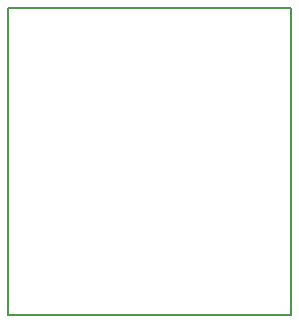
<source format=gko>
%TF.GenerationSoftware,KiCad,Pcbnew,4.0.4-1.fc24-product*%
%TF.CreationDate,2018-03-01T09:40:41+11:00*%
%TF.ProjectId,BT_STACK,42545F535441434B2E6B696361645F70,rev?*%
%TF.FileFunction,Profile,NP*%
%FSLAX46Y46*%
G04 Gerber Fmt 4.6, Leading zero omitted, Abs format (unit mm)*
G04 Created by KiCad (PCBNEW 4.0.4-1.fc24-product) date Thu Mar  1 09:40:41 2018*
%MOMM*%
%LPD*%
G01*
G04 APERTURE LIST*
%ADD10C,0.100000*%
%ADD11C,0.150000*%
G04 APERTURE END LIST*
D10*
D11*
X164000000Y-95000000D02*
X164000000Y-69000000D01*
X140000000Y-95000000D02*
X164000000Y-95000000D01*
X140000000Y-69000000D02*
X140000000Y-95000000D01*
X164000000Y-69000000D02*
X140000000Y-69000000D01*
M02*

</source>
